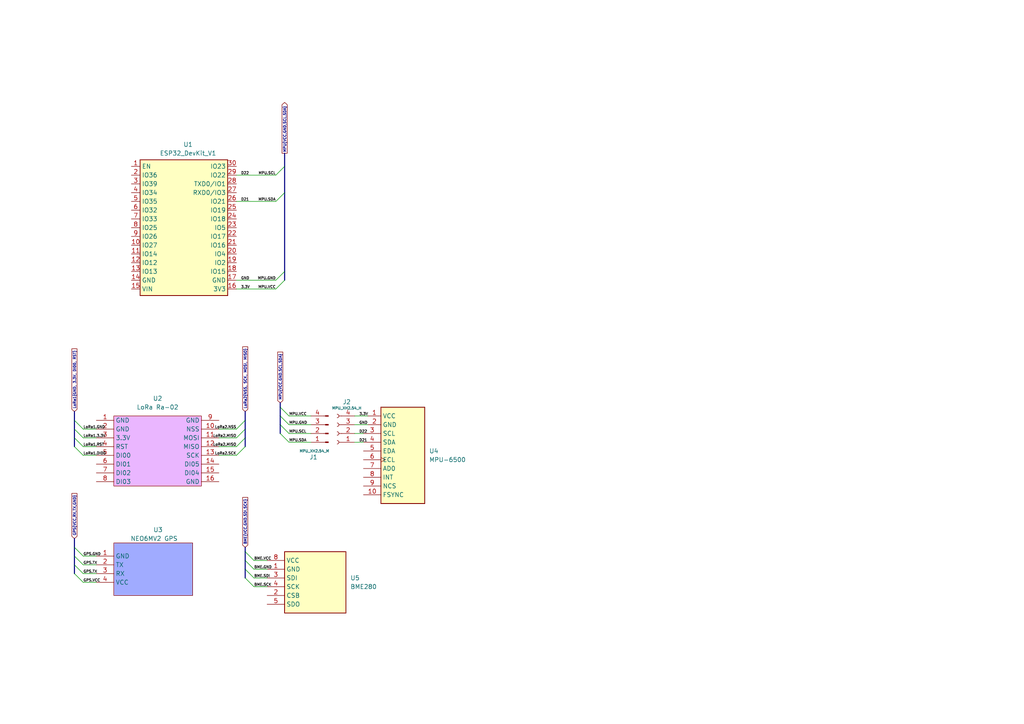
<source format=kicad_sch>
(kicad_sch (version 20250114) (generator "eeschema") (generator_version "9.0")
  (paper "A4")
  (lib_symbols
    (symbol "Connector:Conn_01x04_Pin" (pin_names (offset 1.016) (hide yes))
      (property "Reference" "J" (at 0 5.08 0))
      (property "Value" "Conn_01x04_Pin" (at 0 -7.62 0))
      (symbol "Conn_01x04_Pin_1_1"
        (rectangle (start 0.8636 2.667) (end 0 2.413) (stroke (width 0.1524)) (fill (type outline)))
        (rectangle (start 0.8636 0.127) (end 0 -0.127) (stroke (width 0.1524)) (fill (type outline)))
        (rectangle (start 0.8636 -2.413) (end 0 -2.667) (stroke (width 0.1524)) (fill (type outline)))
        (rectangle (start 0.8636 -4.953) (end 0 -5.207) (stroke (width 0.1524)) (fill (type outline)))
        (polyline (pts (xy 1.27 2.54) (xy 0.8636 2.54)) (stroke (width 0.1524)))
        (polyline (pts (xy 1.27 0) (xy 0.8636 0)) (stroke (width 0.1524)))
        (polyline (pts (xy 1.27 -2.54) (xy 0.8636 -2.54)) (stroke (width 0.1524)))
        (polyline (pts (xy 1.27 -5.08) (xy 0.8636 -5.08)) (stroke (width 0.1524)))
        (pin passive line (at 5.08 2.54 180) (length 3.81) (name "Pin_1") (number "1"))
        (pin passive line (at 5.08 0 180) (length 3.81) (name "Pin_2") (number "2"))
        (pin passive line (at 5.08 -2.54 180) (length 3.81) (name "Pin_3") (number "3"))
        (pin passive line (at 5.08 -5.08 180) (length 3.81) (name "Pin_4") (number "4"))
      )
    )
    (symbol "Connector:Conn_01x04_Socket" (pin_names (offset 1.016) (hide yes))
      (property "Reference" "J" (at 0 5.08 0))
      (property "Value" "Conn_01x04_Socket" (at 0 -7.62 0))
      (symbol "Conn_01x04_Socket_1_1"
        (polyline (pts (xy -1.27 2.54) (xy -0.508 2.54)) (stroke (width 0.1524)))
        (polyline (pts (xy -1.27 0) (xy -0.508 0)) (stroke (width 0.1524)))
        (polyline (pts (xy -1.27 -2.54) (xy -0.508 -2.54)) (stroke (width 0.1524)))
        (polyline (pts (xy -1.27 -5.08) (xy -0.508 -5.08)) (stroke (width 0.1524)))
        (arc (start 0 2.032) (mid -0.5058 2.54) (end 0 3.048) (stroke (width 0.1524)))
        (arc (start 0 -0.508) (mid -0.5058 0) (end 0 0.508) (stroke (width 0.1524)))
        (arc (start 0 -3.048) (mid -0.5058 -2.54) (end 0 -2.032) (stroke (width 0.1524)))
        (arc (start 0 -5.588) (mid -0.5058 -5.08) (end 0 -4.572) (stroke (width 0.1524)))
        (pin passive line (at -5.08 2.54 0) (length 3.81) (name "Pin_1") (number "1"))
        (pin passive line (at -5.08 0 0) (length 3.81) (name "Pin_2") (number "2"))
        (pin passive line (at -5.08 -2.54 0) (length 3.81) (name "Pin_3") (number "3"))
        (pin passive line (at -5.08 -5.08 0) (length 3.81) (name "Pin_4") (number "4"))
      )
    )
    (symbol "MyLibrary:BME280"
      (property "Reference" "U" (at -7.62 10.16 0))
      (property "Value" "BME280" (at 8.89 10.16 0))
      (symbol "BME280_0_1"
        (rectangle (start -8.89 8.89) (end 8.89 -8.89) (stroke (width 0.254)) (fill (type background)))
      )
      (symbol "BME280_1_1"
        (pin power_in line (at -13.97 6.35 0) (length 5.08) (name "VCC") (number "8"))
        (pin power_in line (at -13.97 3.81 0) (length 5.08) (name "GND") (number "1"))
        (pin bidirectional line (at -13.97 1.27 0) (length 5.08) (name "SDI") (number "3"))
        (pin input line (at -13.97 -1.27 0) (length 5.08) (name "SCK") (number "4"))
        (pin input line (at -13.97 -3.81 0) (length 5.08) (name "CSB") (number "2"))
        (pin bidirectional line (at -13.97 -6.35 0) (length 5.08) (name "SDO") (number "5"))
      )
    )
    (symbol "MyLibrary:ESP32_DevKit_V1_DOIT"
      (property "Reference" "U" (at -11.43 21.59 0))
      (property "Value" "ESP32_DevKit_V1" (at 0.254 21.336 0))
      (symbol "ESP32_DevKit_V1_DOIT_1_1"
        (rectangle (start -12.7 19.685) (end 12.7 -19.685) (stroke (width 0.254)) (fill (type background)))
        (pin input line (at -15.24 17.78 0) (length 2.54) (name "EN") (number "1"))
        (pin input line (at -15.24 15.24 0) (length 2.54) (name "IO36") (number "2"))
        (pin input line (at -15.24 12.7 0) (length 2.54) (name "IO39") (number "3"))
        (pin input line (at -15.24 10.16 0) (length 2.54) (name "IO34") (number "4"))
        (pin input line (at -15.24 7.62 0) (length 2.54) (name "IO35") (number "5"))
        (pin bidirectional line (at -15.24 5.08 0) (length 2.54) (name "IO32") (number "6"))
        (pin bidirectional line (at -15.24 2.54 0) (length 2.54) (name "IO33") (number "7"))
        (pin bidirectional line (at -15.24 0 0) (length 2.54) (name "IO25") (number "8"))
        (pin bidirectional line (at -15.24 -2.54 0) (length 2.54) (name "IO26") (number "9"))
        (pin bidirectional line (at -15.24 -5.08 0) (length 2.54) (name "IO27") (number "10"))
        (pin bidirectional line (at -15.24 -7.62 0) (length 2.54) (name "IO14") (number "11"))
        (pin bidirectional line (at -15.24 -10.16 0) (length 2.54) (name "IO12") (number "12"))
        (pin bidirectional line (at -15.24 -12.7 0) (length 2.54) (name "IO13") (number "13"))
        (pin power_in line (at -15.24 -15.24 0) (length 2.54) (name "GND") (number "14"))
        (pin power_in line (at -15.24 -17.78 0) (length 2.54) (name "VIN") (number "15"))
        (pin bidirectional line (at 15.24 17.78 180) (length 2.54) (name "IO23") (number "30"))
        (pin bidirectional line (at 15.24 15.24 180) (length 2.54) (name "IO22") (number "29"))
        (pin bidirectional line (at 15.24 12.7 180) (length 2.54) (name "TXD0/IO1") (number "28"))
        (pin bidirectional line (at 15.24 10.16 180) (length 2.54) (name "RXD0/IO3") (number "27"))
        (pin bidirectional line (at 15.24 7.62 180) (length 2.54) (name "IO21") (number "26"))
        (pin bidirectional line (at 15.24 5.08 180) (length 2.54) (name "IO19") (number "25"))
        (pin bidirectional line (at 15.24 2.54 180) (length 2.54) (name "IO18") (number "24"))
        (pin bidirectional line (at 15.24 0 180) (length 2.54) (name "IO5") (number "23"))
        (pin bidirectional line (at 15.24 -2.54 180) (length 2.54) (name "IO17") (number "22"))
        (pin bidirectional line (at 15.24 -5.08 180) (length 2.54) (name "IO16") (number "21"))
        (pin bidirectional line (at 15.24 -7.62 180) (length 2.54) (name "IO4") (number "20"))
        (pin bidirectional line (at 15.24 -10.16 180) (length 2.54) (name "IO2") (number "19"))
        (pin bidirectional line (at 15.24 -12.7 180) (length 2.54) (name "IO15") (number "18"))
        (pin power_in line (at 15.24 -15.24 180) (length 2.54) (name "GND") (number "17"))
        (pin power_in line (at 15.24 -17.78 180) (length 2.54) (name "3V3") (number "16"))
      )
    )
    (symbol "MyLibrary:LORA_RA-02"
      (property "Reference" "U" (at 0 16.002 0))
      (property "Value" "LoRa Ra-02" (at 0 0 0))
      (symbol "LORA_RA-02_0_1"
        (rectangle (start -12.7 10.16) (end 12.7 -10.16) (fill (type color) (color 234 182 255 1)))
      )
      (symbol "LORA_RA-02_1_1"
        (pin power_in line (at -17.78 8.89 0) (length 5.08) (name "GND") (number "1"))
        (pin power_in line (at -17.78 6.35 0) (length 5.08) (name "GND") (number "2"))
        (pin power_in line (at -17.78 3.81 0) (length 5.08) (name "3.3V") (number "3"))
        (pin power_in line (at -17.78 1.27 0) (length 5.08) (name "RST") (number "4"))
        (pin power_in line (at -17.78 -1.27 0) (length 5.08) (name "DI00") (number "5"))
        (pin power_in line (at -17.78 -3.81 0) (length 5.08) (name "DI01") (number "6"))
        (pin power_in line (at -17.78 -6.35 0) (length 5.08) (name "DI02") (number "7"))
        (pin power_in line (at -17.78 -8.89 0) (length 5.08) (name "DI03") (number "8"))
        (pin power_in line (at 17.78 8.89 180) (length 5.08) (name "GND") (number "9"))
        (pin bidirectional line (at 17.78 6.35 180) (length 5.08) (name "NSS") (number "10"))
        (pin bidirectional line (at 17.78 3.81 180) (length 5.08) (name "MOSI") (number "11"))
        (pin bidirectional line (at 17.78 1.27 180) (length 5.08) (name "MISO") (number "12"))
        (pin bidirectional line (at 17.78 -1.27 180) (length 5.08) (name "SCK") (number "13"))
        (pin bidirectional line (at 17.78 -3.81 180) (length 5.08) (name "DI05") (number "14"))
        (pin bidirectional line (at 17.78 -6.35 180) (length 5.08) (name "DI04") (number "15"))
        (pin bidirectional line (at 17.78 -8.89 180) (length 5.08) (name "GND") (number "16"))
      )
    )
    (symbol "MyLibrary:MPU-6500"
      (property "Reference" "U" (at 0.254 17.272 0))
      (property "Value" "MPU-6500" (at 0.508 15.494 0))
      (symbol "MPU-6500_0_1"
        (rectangle (start -6.35 13.97) (end 6.35 -13.97) (stroke (width 0.254)) (fill (type background)))
      )
      (symbol "MPU-6500_1_1"
        (pin input line (at -11.43 6.35 0) (length 5.08) (name "SCL") (number "3"))
        (pin bidirectional line (at -11.43 3.81 0) (length 5.08) (name "SDA") (number "4"))
        (pin bidirectional line (at -11.43 1.27 0) (length 5.08) (name "EDA") (number "5"))
        (pin output clock (at -11.43 -1.27 0) (length 5.08) (name "ECL") (number "6"))
        (pin input line (at -11.43 -3.81 0) (length 5.08) (name "AD0") (number "7"))
        (pin output line (at -11.43 -6.35 0) (length 5.08) (name "INT") (number "8"))
        (pin input line (at -11.43 -8.89 0) (length 5.08) (name "NCS") (number "9"))
        (pin output line (at -11.43 -11.43 0) (length 5.08) (name "FSYNC") (number "10"))
        (pin power_in line (at -10.16 11.43 0) (length 3.81) (name "VCC") (number "1"))
        (pin power_in line (at -10.16 8.89 0) (length 3.81) (name "GND") (number "2"))
      )
    )
    (symbol "MyLibrary:NEO6MV2_GPS"
      (property "Reference" "U" (at 0.254 12.192 0))
      (property "Value" "NEO6MV2 GPS" (at 0 0 0))
      (symbol "NEO6MV2_GPS_0_1"
        (rectangle (start -11.43 7.62) (end 11.43 -7.62) (fill (type color) (color 160 171 255 1)))
      )
      (symbol "NEO6MV2_GPS_1_1"
        (pin power_in line (at -16.51 3.81 0) (length 5.08) (name "GND") (number "1"))
        (pin bidirectional line (at -16.51 1.27 0) (length 5.08) (name "TX") (number "2"))
        (pin bidirectional line (at -16.51 -1.27 0) (length 5.08) (name "RX") (number "3"))
        (pin power_in line (at -16.51 -3.81 0) (length 5.08) (name "VCC") (number "4"))
      )
    )
  )
  (bus_entry (at 71.12 127) (size -2.54 2.54))
  (bus_entry (at 21.59 121.92) (size 2.54 2.54))
  (bus_entry (at 71.12 160.02) (size 2.54 2.54))
  (bus_entry (at 82.55 48.26) (size -2.54 2.54))
  (bus_entry (at 82.55 81.28) (size -2.54 2.54))
  (bus_entry (at 81.28 120.65) (size 2.54 2.54))
  (bus_entry (at 71.12 121.92) (size -2.54 2.54))
  (bus_entry (at 82.55 55.88) (size -2.54 2.54))
  (bus_entry (at 81.28 125.73) (size 2.54 2.54))
  (bus_entry (at 71.12 165.1) (size 2.54 2.54))
  (bus_entry (at 21.59 127) (size 2.54 2.54))
  (bus_entry (at 21.59 124.46) (size 2.54 2.54))
  (bus_entry (at 21.59 129.54) (size 2.54 2.54))
  (bus_entry (at 71.12 167.64) (size 2.54 2.54))
  (bus_entry (at 81.28 118.11) (size 2.54 2.54))
  (bus_entry (at 21.59 158.75) (size 2.54 2.54))
  (bus_entry (at 81.28 123.19) (size 2.54 2.54))
  (bus_entry (at 71.12 129.54) (size -2.54 2.54))
  (bus_entry (at 21.59 166.37) (size 2.54 2.54))
  (bus_entry (at 71.12 162.56) (size 2.54 2.54))
  (bus_entry (at 21.59 161.29) (size 2.54 2.54))
  (bus_entry (at 71.12 124.46) (size -2.54 2.54))
  (bus_entry (at 21.59 163.83) (size 2.54 2.54))
  (bus_entry (at 82.55 78.74) (size -2.54 2.54))
  (wire (pts (xy 73.66 162.56) (xy 77.47 162.56)))
  (bus (pts (xy 21.59 124.46) (xy 21.59 127)))
  (wire (pts (xy 102.87 125.73) (xy 105.41 125.73)))
  (bus (pts (xy 71.12 158.75) (xy 71.12 160.02)))
  (bus (pts (xy 71.12 127) (xy 71.12 129.54)))
  (wire (pts (xy 68.58 50.8) (xy 80.01 50.8)))
  (wire (pts (xy 24.13 161.29) (xy 27.94 161.29)))
  (bus (pts (xy 82.55 48.26) (xy 82.55 55.88)))
  (bus (pts (xy 21.59 161.29) (xy 21.59 163.83)))
  (wire (pts (xy 102.87 128.27) (xy 105.41 128.27)))
  (bus (pts (xy 82.55 78.74) (xy 82.55 81.28)))
  (bus (pts (xy 81.28 118.11) (xy 81.28 120.65)))
  (wire (pts (xy 73.66 170.18) (xy 77.47 170.18)))
  (wire (pts (xy 24.13 132.08) (xy 27.94 132.08)))
  (wire (pts (xy 24.13 168.91) (xy 27.94 168.91)))
  (wire (pts (xy 68.58 58.42) (xy 80.01 58.42)))
  (bus (pts (xy 21.59 119.38) (xy 21.59 121.92)))
  (bus (pts (xy 81.28 116.84) (xy 81.28 118.11)))
  (bus (pts (xy 71.12 160.02) (xy 71.12 162.56)))
  (bus (pts (xy 71.12 165.1) (xy 71.12 167.64)))
  (wire (pts (xy 68.58 81.28) (xy 80.01 81.28)))
  (wire (pts (xy 83.82 120.65) (xy 90.17 120.65)))
  (wire (pts (xy 24.13 163.83) (xy 27.94 163.83)))
  (wire (pts (xy 102.87 120.65) (xy 106.68 120.65)))
  (bus (pts (xy 81.28 123.19) (xy 81.28 125.73)))
  (wire (pts (xy 73.66 167.64) (xy 77.47 167.64)))
  (wire (pts (xy 83.82 125.73) (xy 90.17 125.73)))
  (wire (pts (xy 24.13 127) (xy 27.94 127)))
  (wire (pts (xy 63.5 129.54) (xy 68.58 129.54)))
  (bus (pts (xy 81.28 120.65) (xy 81.28 123.19)))
  (bus (pts (xy 21.59 121.92) (xy 21.59 124.46)))
  (wire (pts (xy 68.58 83.82) (xy 80.01 83.82)))
  (bus (pts (xy 21.59 163.83) (xy 21.59 166.37)))
  (wire (pts (xy 24.13 166.37) (xy 27.94 166.37)))
  (bus (pts (xy 71.12 162.56) (xy 71.12 165.1)))
  (bus (pts (xy 82.55 44.45) (xy 82.55 48.26)))
  (wire (pts (xy 24.13 124.46) (xy 27.94 124.46)))
  (wire (pts (xy 63.5 127) (xy 68.58 127)))
  (bus (pts (xy 21.59 158.75) (xy 21.59 161.29)))
  (bus (pts (xy 71.12 124.46) (xy 71.12 127)))
  (bus (pts (xy 21.59 156.21) (xy 21.59 158.75)))
  (wire (pts (xy 83.82 128.27) (xy 90.17 128.27)))
  (bus (pts (xy 82.55 55.88) (xy 82.55 78.74)))
  (wire (pts (xy 102.87 123.19) (xy 106.68 123.19)))
  (wire (pts (xy 63.5 132.08) (xy 68.58 132.08)))
  (bus (pts (xy 71.12 121.92) (xy 71.12 124.46)))
  (wire (pts (xy 63.5 124.46) (xy 68.58 124.46)))
  (bus (pts (xy 71.12 119.38) (xy 71.12 121.92)))
  (wire (pts (xy 24.13 129.54) (xy 27.94 129.54)))
  (wire (pts (xy 73.66 165.1) (xy 77.47 165.1)))
  (wire (pts (xy 83.82 123.19) (xy 90.17 123.19)))
  (bus (pts (xy 21.59 127) (xy 21.59 129.54)))
  (label "LoRa1.RST" (at 24.13 129.54 0) (effects (font (size 0.762 0.762))))
  (label "D22" (at 69.85 50.8 0) (effects (font (size 0.762 0.762))))
  (label "BME.GND" (at 73.66 165.1 0) (effects (font (size 0.762 0.762))))
  (label "LoRa1.GND" (at 24.13 124.46 0) (effects (font (size 0.762 0.762))))
  (label "LoRa2.SCK" (at 68.58 132.08 180) (effects (font (size 0.762 0.762))))
  (label "D22" (at 104.14 125.73 0) (effects (font (size 0.762 0.762))))
  (label "LoRa2.MISO" (at 68.58 129.54 180) (effects (font (size 0.762 0.762))))
  (label "MPU.SDA" (at 80.01 58.42 180) (effects (font (size 0.762 0.762))))
  (label "BME.SCK" (at 73.66 170.18 0) (effects (font (size 0.762 0.762))))
  (label "LoRa2.NSS" (at 68.58 124.46 180) (effects (font (size 0.762 0.762))))
  (label "GPS.TX" (at 24.13 163.83 0) (effects (font (size 0.762 0.762))))
  (label "MPU.VCC" (at 80.01 83.82 180) (effects (font (size 0.762 0.762))))
  (label "GPS.GND" (at 24.13 161.29 0) (effects (font (size 0.762 0.762))))
  (label "GPS.TX" (at 24.13 166.37 0) (effects (font (size 0.762 0.762))))
  (label "MPU.GND" (at 83.82 123.19 0) (effects (font (size 0.762 0.762))))
  (label "BME.SDI" (at 73.66 167.64 0) (effects (font (size 0.762 0.762))))
  (label "GND" (at 104.14 123.19 0) (effects (font (size 0.762 0.762))))
  (label "MPU.VCC" (at 83.82 120.65 0) (effects (font (size 0.762 0.762))))
  (label "D21" (at 69.85 58.42 0) (effects (font (size 0.762 0.762))))
  (label "GND" (at 69.85 81.28 0) (effects (font (size 0.762 0.762))))
  (label "LoRa1.3.3V" (at 24.13 127 0) (effects (font (size 0.762 0.762))))
  (label "MPU.GND" (at 80.01 81.28 180) (effects (font (size 0.762 0.762))))
  (label "LoRa1.DI00" (at 24.13 132.08 0) (effects (font (size 0.762 0.762))))
  (label "3.3V" (at 69.85 83.82 0) (effects (font (size 0.762 0.762))))
  (label "MPU.SCL" (at 80.01 50.8 180) (effects (font (size 0.762 0.762))))
  (label "MPU.SDA" (at 83.82 128.27 0) (effects (font (size 0.762 0.762))))
  (label "GPS.VCC" (at 24.13 168.91 0) (effects (font (size 0.762 0.762))))
  (label "MPU.SCL" (at 83.82 125.73 0) (effects (font (size 0.762 0.762))))
  (label "3.3V" (at 104.14 120.65 0) (effects (font (size 0.762 0.762))))
  (label "LoRa2.MISO" (at 68.58 127 180) (effects (font (size 0.762 0.762))))
  (label "D21" (at 104.14 128.27 0) (effects (font (size 0.762 0.762))))
  (label "BME.VCC" (at 73.66 162.56 0) (effects (font (size 0.762 0.762))))
  (global_label "MPU{VCC,GND,SCL,SDA}" (shape input) (at 81.28 116.84 90) (effects (font (size 0.762 0.762))) (property "Intersheetrefs" "${INTERSHEET_REFS}" (effects (hide yes))))
  (global_label "BME{VCC,GND,SDI,SCK}" (shape input) (at 71.12 158.75 90) (effects (font (size 0.762 0.762))) (property "Intersheetrefs" "${INTERSHEET_REFS}" (effects (hide yes))))
  (global_label "LoRa2{NSS, SCK, MOSI, MISO}" (shape input) (at 71.12 119.38 90) (effects (font (size 0.762 0.762))) (property "Intersheetrefs" "${INTERSHEET_REFS}" (effects (hide yes))))
  (global_label "LoRa1{GND, 3.3V, DI00, RST}" (shape input) (at 21.59 119.38 90) (effects (font (size 0.762 0.762))) (property "Intersheetrefs" "${INTERSHEET_REFS}" (effects (hide yes))))
  (global_label "GPS{VCC,RX,TX,GND}" (shape input) (at 21.59 156.21 90) (effects (font (size 0.762 0.762))) (property "Intersheetrefs" "${INTERSHEET_REFS}" (effects (hide yes))))
  (global_label "MPU{VCC,GND,SCL,SDA}" (shape output) (at 82.55 44.45 90) (effects (font (size 0.762 0.762))) (property "Intersheetrefs" "${INTERSHEET_REFS}" (effects (hide yes))))
  (symbol (lib_id "Connector:Conn_01x04_Pin") (at 95.25 125.73 180) (unit 1)
    (property "Reference" "J1" (at 90.932 132.588 0))
    (property "Value" "MPU_XH2.54_M" (at 91.186 130.81 0) (effects (font (size 0.762 0.762))))
    (property "Footprint" "Connector_JST:JST_XH_B4B-XH-A_1x04_P2.50mm_Vertical" (effects (hide yes)))
    (property "Description" "Generic connector, single row, 01x04, script generated" (effects (hide yes)))
  )
  (symbol (lib_id "MyLibrary:BME280") (at 91.44 168.91 0) (unit 1)
    (property "Reference" "U5" (at 101.6 167.6399 0) (effects (justify left)))
    (property "Value" "BME280" (at 101.6 170.1799 0) (effects (justify left)))
    (property "Footprint" "Connector_PinHeader_2.54mm:PinHeader_1x06_P2.54mm_Vertical" (effects (hide yes)))
    (property "Datasheet" "https://www.bosch-sensortec.com/media/boschsensortec/downloads/datasheets/bst-bme280-ds002.pdf" (effects (hide yes)))
    (property "Description" "3-in-1 sensor, humidity, pressure, temperature, I2C and SPI interface, 1.71-3.6V, LGA-8" (effects (hide yes)))
  )
  (symbol (lib_id "MyLibrary:NEO6MV2_GPS") (at 44.45 165.1 0) (unit 1)
    (property "Reference" "U3" (at 44.45 153.67 0) (effects (justify left)))
    (property "Value" "NEO6MV2 GPS" (at 37.846 156.21 0) (effects (justify left)))
    (property "Footprint" "Connector_PinHeader_2.54mm:PinHeader_1x04_P2.54mm_Vertical" (effects (hide yes)))
  )
  (symbol (lib_id "MyLibrary:ESP32_DevKit_V1_DOIT") (at 53.34 66.04 0) (unit 1)
    (property "Reference" "U1" (at 54.5465 41.91 0))
    (property "Value" "ESP32_DevKit_V1" (at 54.5465 44.45 0))
    (property "Footprint" "Library:esp32_devkit_v1_doit" (effects (hide yes)))
    (property "Datasheet" "https://www.espressif.com/sites/default/files/documentation/esp32_datasheet_en.pdf" (effects (hide yes)))
    (property "Description" "32-bit microcontroller module with WiFi and Bluetooth" (effects (hide yes)))
  )
  (symbol (lib_id "MyLibrary:MPU-6500") (at 116.84 132.08 0) (unit 1)
    (property "Reference" "U4" (at 124.46 130.8099 0) (effects (justify left)))
    (property "Value" "MPU-6500" (at 124.46 133.3499 0) (effects (justify left)))
  )
  (symbol (lib_id "Connector:Conn_01x04_Socket") (at 97.79 125.73 180) (unit 1)
    (property "Reference" "J2" (at 100.584 116.586 0))
    (property "Value" "MPU_XH2.54_H" (at 100.584 118.364 0) (effects (font (size 0.762 0.762))))
    (property "Footprint" "Connector_JST:JST_XH_B4B-XH-A_1x04_P2.50mm_Vertical" (effects (hide yes)))
    (property "Description" "Generic connector, single row, 01x04, script generated" (effects (hide yes)))
  )
  (symbol (lib_id "MyLibrary:LORA_RA-02") (at 45.72 130.81 0) (unit 1)
    (property "Reference" "U2" (at 45.72 115.57 0))
    (property "Value" "LoRa Ra-02" (at 45.72 118.11 0))
    (property "Footprint" "MyLibrary:LoRa Ra-02" (effects (hide yes)))
  )
)
</source>
